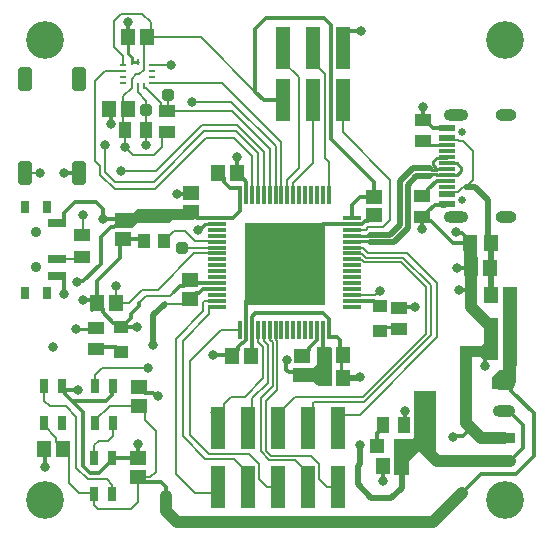
<source format=gbr>
%TF.GenerationSoftware,Altium Limited,Altium Designer,24.6.1 (21)*%
G04 Layer_Physical_Order=1*
G04 Layer_Color=255*
%FSLAX45Y45*%
%MOMM*%
%TF.SameCoordinates,6A5B3439-CA9B-47F1-B443-B48DB32901A5*%
%TF.FilePolarity,Positive*%
%TF.FileFunction,Copper,L1,Top,Signal*%
%TF.Part,Single*%
G01*
G75*
%TA.AperFunction,SMDPad,CuDef*%
%ADD10R,1.27000X3.68000*%
%TA.AperFunction,ConnectorPad*%
G04:AMPARAMS|DCode=11|XSize=2mm|YSize=1.25mm|CornerRadius=0.3125mm|HoleSize=0mm|Usage=FLASHONLY|Rotation=90.000|XOffset=0mm|YOffset=0mm|HoleType=Round|Shape=RoundedRectangle|*
%AMROUNDEDRECTD11*
21,1,2.00000,0.62500,0,0,90.0*
21,1,1.37500,1.25000,0,0,90.0*
1,1,0.62500,0.31250,0.68750*
1,1,0.62500,0.31250,-0.68750*
1,1,0.62500,-0.31250,-0.68750*
1,1,0.62500,-0.31250,0.68750*
%
%ADD11ROUNDEDRECTD11*%
%TA.AperFunction,SMDPad,CuDef*%
%ADD12R,0.30000X1.50000*%
%ADD13R,1.50000X0.30000*%
%ADD14R,1.45000X1.30000*%
%ADD15R,1.35000X1.00000*%
%ADD16R,1.30000X1.45000*%
%ADD17R,1.00000X1.35000*%
%TA.AperFunction,ConnectorPad*%
%ADD18R,1.50000X0.70000*%
%ADD19R,0.80000X1.00000*%
%TA.AperFunction,SMDPad,CuDef*%
%ADD20R,0.80000X1.20000*%
%ADD21R,1.30000X1.10000*%
%ADD22R,0.60000X0.25000*%
%ADD23R,0.25000X0.60000*%
%ADD24R,1.20000X1.20000*%
%ADD25R,1.10000X1.30000*%
%TA.AperFunction,TestPad*%
G04:AMPARAMS|DCode=26|XSize=1mm|YSize=1mm|CornerRadius=0.25mm|HoleSize=0mm|Usage=FLASHONLY|Rotation=90.000|XOffset=0mm|YOffset=0mm|HoleType=Round|Shape=RoundedRectangle|*
%AMROUNDEDRECTD26*
21,1,1.00000,0.50000,0,0,90.0*
21,1,0.50000,1.00000,0,0,90.0*
1,1,0.50000,0.25000,0.25000*
1,1,0.50000,0.25000,-0.25000*
1,1,0.50000,-0.25000,-0.25000*
1,1,0.50000,-0.25000,0.25000*
%
%ADD26ROUNDEDRECTD26*%
G04:AMPARAMS|DCode=27|XSize=1mm|YSize=1mm|CornerRadius=0.25mm|HoleSize=0mm|Usage=FLASHONLY|Rotation=0.000|XOffset=0mm|YOffset=0mm|HoleType=Round|Shape=RoundedRectangle|*
%AMROUNDEDRECTD27*
21,1,1.00000,0.50000,0,0,0.0*
21,1,0.50000,1.00000,0,0,0.0*
1,1,0.50000,0.25000,-0.25000*
1,1,0.50000,-0.25000,-0.25000*
1,1,0.50000,-0.25000,0.25000*
1,1,0.50000,0.25000,0.25000*
%
%ADD27ROUNDEDRECTD27*%
%TA.AperFunction,SMDPad,CuDef*%
%ADD28R,1.90500X0.95213*%
G04:AMPARAMS|DCode=29|XSize=1.905mm|YSize=0.95213mm|CornerRadius=0.47606mm|HoleSize=0mm|Usage=FLASHONLY|Rotation=180.000|XOffset=0mm|YOffset=0mm|HoleType=Round|Shape=RoundedRectangle|*
%AMROUNDEDRECTD29*
21,1,1.90500,0.00000,0,0,180.0*
21,1,0.95287,0.95213,0,0,180.0*
1,1,0.95213,-0.47644,0.00000*
1,1,0.95213,0.47644,0.00000*
1,1,0.95213,0.47644,0.00000*
1,1,0.95213,-0.47644,0.00000*
%
%ADD29ROUNDEDRECTD29*%
G04:AMPARAMS|DCode=30|XSize=1.60429mm|YSize=3.26213mm|CornerRadius=0.47327mm|HoleSize=0mm|Usage=FLASHONLY|Rotation=180.000|XOffset=0mm|YOffset=0mm|HoleType=Round|Shape=RoundedRectangle|*
%AMROUNDEDRECTD30*
21,1,1.60429,2.31560,0,0,180.0*
21,1,0.65776,3.26213,0,0,180.0*
1,1,0.94654,-0.32888,1.15780*
1,1,0.94654,0.32888,1.15780*
1,1,0.94654,0.32888,-1.15780*
1,1,0.94654,-0.32888,-1.15780*
%
%ADD30ROUNDEDRECTD30*%
%ADD31R,1.25490X1.45620*%
%ADD32R,1.15000X1.45000*%
%ADD33R,1.40000X0.60000*%
%ADD34R,1.40000X0.30000*%
%TA.AperFunction,Conductor*%
%ADD35C,0.30000*%
%ADD36C,0.20000*%
%ADD37C,0.25000*%
%ADD38C,0.50000*%
%ADD39C,0.49000*%
%ADD40C,1.00000*%
%TA.AperFunction,ComponentPad*%
%ADD41C,0.90000*%
%TA.AperFunction,ViaPad*%
%ADD42C,3.20000*%
%TA.AperFunction,ComponentPad*%
%ADD43O,1.80000X1.00000*%
%ADD44O,2.10000X1.00000*%
%ADD45C,0.65000*%
%TA.AperFunction,ViaPad*%
%ADD46C,0.80000*%
%ADD47C,2.00000*%
G36*
X1565000Y2675000D02*
X1380000D01*
X1355000Y2650000D01*
X1085000D01*
X1045000Y2610000D01*
X895000D01*
Y2730000D01*
X1045000D01*
X1084999Y2770000D01*
X1565000D01*
Y2675000D01*
D02*
G37*
G36*
X2730000Y1272500D02*
X2610000D01*
X2580000Y1302500D01*
X2400000D01*
Y1422500D01*
X2580000D01*
X2610000Y1452500D01*
Y1592500D01*
X2730000D01*
Y1272500D01*
D02*
G37*
G36*
X2675000Y1950000D02*
X2000000D01*
Y2650000D01*
X2675000D01*
Y1950000D01*
D02*
G37*
G36*
X3960000Y2370000D02*
X3970000Y2360000D01*
Y2200000D01*
X3850000D01*
Y2550000D01*
X3960000D01*
Y2370000D01*
D02*
G37*
G36*
X4140000Y1840000D02*
X4142500Y1838964D01*
Y1490000D01*
X4020000D01*
X4017500Y1487500D01*
X3990000Y1515000D01*
X3819182D01*
Y1610000D01*
X3992500D01*
X4017500Y1635000D01*
Y1840000D01*
X4140000D01*
D02*
G37*
G36*
X4300000Y1450000D02*
X4290000Y1440000D01*
Y1296212D01*
X4289161Y1295541D01*
X4270000Y1288964D01*
X4244730Y1314234D01*
X4233153Y1321969D01*
X4219497Y1324686D01*
X4189500D01*
X4175844Y1321969D01*
X4164266Y1314234D01*
X4156531Y1302656D01*
X4153814Y1289000D01*
X4156531Y1275344D01*
X4164266Y1263766D01*
X4169903Y1260000D01*
X4163836Y1240000D01*
X4090000D01*
Y1340000D01*
X4150000Y1400000D01*
X4180000D01*
Y2110000D01*
X4300000D01*
Y1450000D01*
D02*
G37*
G36*
X3612500Y710000D02*
X3458631D01*
X3383713Y635082D01*
Y517582D01*
X3260000D01*
Y822582D01*
X3395794D01*
X3415355Y820938D01*
X3415365Y820929D01*
D01*
X3416213Y820081D01*
X3430001Y833868D01*
X3430000Y834578D01*
Y1225000D01*
X3612500D01*
Y710000D01*
D02*
G37*
D10*
X2826500Y4132750D02*
D03*
X2572500D02*
D03*
X2318500D02*
D03*
X2826500Y3688750D02*
D03*
X2572500D02*
D03*
X2318500D02*
D03*
X2780500Y910000D02*
D03*
Y415000D02*
D03*
X2526500Y910000D02*
D03*
Y415000D02*
D03*
X2272500Y910000D02*
D03*
Y415000D02*
D03*
X2018500Y910000D02*
D03*
Y415000D02*
D03*
X1764500Y910000D02*
D03*
Y415000D02*
D03*
D11*
X137700Y3067500D02*
D03*
X587700D02*
D03*
X137700Y3867500D02*
D03*
X587700D02*
D03*
D12*
X1955000Y2885000D02*
D03*
X2005000D02*
D03*
X2055000D02*
D03*
X2105000D02*
D03*
X2155000D02*
D03*
X2205000D02*
D03*
X2255000D02*
D03*
X2305000D02*
D03*
X2355000D02*
D03*
X2405000D02*
D03*
X2455000D02*
D03*
X2505000D02*
D03*
X2555000D02*
D03*
X2605000D02*
D03*
X2655000D02*
D03*
X2705000D02*
D03*
Y1745000D02*
D03*
X2655000D02*
D03*
X2605000D02*
D03*
X2555000D02*
D03*
X2505000D02*
D03*
X2455000D02*
D03*
X2405000D02*
D03*
X2355000D02*
D03*
X2305000D02*
D03*
X2255000D02*
D03*
X2205000D02*
D03*
X2155000D02*
D03*
X2105000D02*
D03*
X2055000D02*
D03*
X2005000D02*
D03*
X1955000D02*
D03*
D13*
X2900000Y2690000D02*
D03*
Y2640000D02*
D03*
Y2590000D02*
D03*
Y2540000D02*
D03*
Y2490000D02*
D03*
Y2440000D02*
D03*
Y2390000D02*
D03*
Y2340000D02*
D03*
Y2290000D02*
D03*
Y2240000D02*
D03*
Y2190000D02*
D03*
Y2140000D02*
D03*
Y2090000D02*
D03*
Y2040000D02*
D03*
Y1990000D02*
D03*
Y1940000D02*
D03*
X1760000D02*
D03*
Y1990000D02*
D03*
Y2040000D02*
D03*
Y2090000D02*
D03*
Y2140000D02*
D03*
Y2190000D02*
D03*
Y2240000D02*
D03*
Y2290000D02*
D03*
Y2340000D02*
D03*
Y2390000D02*
D03*
Y2440000D02*
D03*
Y2490000D02*
D03*
Y2540000D02*
D03*
Y2590000D02*
D03*
Y2640000D02*
D03*
Y2690000D02*
D03*
D14*
X1537500Y2900000D02*
D03*
Y2740000D02*
D03*
X2482500Y1362500D02*
D03*
Y1522500D02*
D03*
X965000Y2670000D02*
D03*
Y2510000D02*
D03*
X1100000Y1102500D02*
D03*
Y1262500D02*
D03*
X1090000Y497500D02*
D03*
Y657500D02*
D03*
X1532500Y2005000D02*
D03*
Y2165000D02*
D03*
X3085000Y2872500D02*
D03*
Y2712500D02*
D03*
D15*
X1332500Y3595000D02*
D03*
Y3415000D02*
D03*
X737500Y1762500D02*
D03*
Y1582500D02*
D03*
X3495000Y2877500D02*
D03*
Y2697500D02*
D03*
X3500000Y3340000D02*
D03*
Y3520000D02*
D03*
X3302500Y1930000D02*
D03*
Y1750000D02*
D03*
X617500Y2362500D02*
D03*
Y2542500D02*
D03*
D16*
X3162500Y592500D02*
D03*
X3322500D02*
D03*
X2045000Y1522500D02*
D03*
X1885000D02*
D03*
X907500Y1967500D02*
D03*
X747500D02*
D03*
X4240000Y1770000D02*
D03*
X4080000D02*
D03*
X4240000Y1560000D02*
D03*
X4080000D02*
D03*
X4069999Y2270000D02*
D03*
X3910000D02*
D03*
X1007500Y3612500D02*
D03*
X847500D02*
D03*
X1167500Y4220000D02*
D03*
X1007500D02*
D03*
X452500Y735000D02*
D03*
X292500D02*
D03*
X2827500Y1530000D02*
D03*
X2667500D02*
D03*
X2830000Y1337500D02*
D03*
X2670000D02*
D03*
X1767500Y3075000D02*
D03*
X1927500D02*
D03*
D17*
X3343787Y933787D02*
D03*
X3163787D02*
D03*
X977500Y3432500D02*
D03*
X1157500D02*
D03*
D18*
X401500Y2347500D02*
D03*
Y2197500D02*
D03*
Y2647500D02*
D03*
D19*
X323000Y2787500D02*
D03*
Y2057500D02*
D03*
X130000Y2787500D02*
D03*
Y2057500D02*
D03*
D20*
X295300Y1264100D02*
D03*
Y954100D02*
D03*
X445300D02*
D03*
Y1264100D02*
D03*
X875300Y1266100D02*
D03*
Y956100D02*
D03*
X725300D02*
D03*
Y1266100D02*
D03*
X870300Y662600D02*
D03*
Y352600D02*
D03*
X720300D02*
D03*
Y662600D02*
D03*
D21*
X3142500Y1737500D02*
D03*
Y1947500D02*
D03*
X947500Y1765000D02*
D03*
Y1555000D02*
D03*
D22*
X962500Y3835000D02*
D03*
Y3885000D02*
D03*
Y3935000D02*
D03*
Y3985000D02*
D03*
X1212500Y3835000D02*
D03*
Y3885000D02*
D03*
Y3935000D02*
D03*
Y3985000D02*
D03*
D23*
X1137500Y4010000D02*
D03*
X1087500D02*
D03*
X1037500D02*
D03*
Y3810000D02*
D03*
X1087500D02*
D03*
X1137500D02*
D03*
D24*
X3117500Y760000D02*
D03*
X3327500D02*
D03*
D25*
X1307500Y2705000D02*
D03*
Y2495000D02*
D03*
X1142500D02*
D03*
Y2705000D02*
D03*
D26*
X1160000Y3602500D02*
D03*
X1345000Y3732500D02*
D03*
D27*
X1465000Y2440000D02*
D03*
D28*
X4189500Y831000D02*
D03*
D29*
Y1060000D02*
D03*
Y1289000D02*
D03*
D30*
X3510500Y1060000D02*
D03*
D31*
X4242565Y2040000D02*
D03*
X4077435D02*
D03*
D32*
X4077500Y2480000D02*
D03*
X3902500D02*
D03*
D33*
X3704100Y3370000D02*
D03*
Y2810000D02*
D03*
Y2890000D02*
D03*
Y3450000D02*
D03*
D34*
Y2955000D02*
D03*
Y3005000D02*
D03*
Y3055000D02*
D03*
Y3305000D02*
D03*
Y3155000D02*
D03*
Y3205000D02*
D03*
Y3255000D02*
D03*
Y3105000D02*
D03*
D35*
X2826500Y4132750D02*
Y4222250D01*
X2875000Y4270750D01*
X2154500Y3688750D02*
X2318500D01*
X2082500Y3760750D02*
X2154500Y3688750D01*
X2875000Y4270750D02*
X2982500D01*
X2722500Y3360750D02*
Y4320750D01*
X2662500Y4380750D02*
X2722500Y4320750D01*
Y3360750D02*
X3085000Y2998250D01*
X775000Y2526997D02*
X863002Y2615000D01*
X775000Y2305000D02*
Y2526997D01*
X628854Y2158854D02*
X775000Y2305000D01*
X586354Y2158854D02*
X628854D01*
X577500Y2150000D02*
X586354Y2158854D01*
X1877500Y1530000D02*
X1885000Y1522500D01*
X1725000Y1530000D02*
X1877500D01*
X401500Y2197500D02*
X441500D01*
X461500Y2177500D01*
Y2048500D02*
Y2177500D01*
Y2048500D02*
X465000Y2045000D01*
X460000Y2040000D02*
X465000Y2045000D01*
X792500Y2685000D02*
Y2767500D01*
X555000Y2827500D02*
X732500D01*
X792500Y2767500D01*
X401500Y2647500D02*
X441500D01*
X461500Y2667500D01*
Y2734000D01*
X555000Y2827500D01*
X464800Y3067500D02*
X585000D01*
X847500Y3612500D02*
X862500Y3597500D01*
Y3482500D02*
Y3597500D01*
X2085000Y1885000D02*
X2654497D01*
X2705000Y1745000D02*
Y1834497D01*
X2654497Y1885000D02*
X2705000Y1834497D01*
X2055000Y1745000D02*
Y1855000D01*
X2085000Y1885000D01*
X960000Y1767500D02*
X1080000D01*
X957500Y1765000D02*
X960000Y1767500D01*
X907500Y1805000D02*
X947500Y1765000D01*
X957500D01*
X2005000Y1655503D02*
Y1990000D01*
X1885000Y1522500D02*
X1935000Y1572500D01*
Y1599497D01*
X1968002Y1632500D01*
X1981997D01*
X2005000Y1655503D01*
X2045000Y1522500D02*
X2055000Y1532500D01*
Y1745000D01*
X2347426Y1402574D02*
X2365000Y1385000D01*
X2347426Y1402574D02*
Y1487427D01*
X2350000Y1490000D01*
X2460000Y1385000D02*
X2482500Y1362500D01*
X2365000Y1385000D02*
X2460000D01*
X3343787Y933787D02*
X3347500Y937500D01*
Y1060000D01*
X3162500Y592500D02*
X3165000Y590000D01*
Y467500D02*
Y590000D01*
X3163787Y916287D02*
Y933787D01*
X3117500Y870000D02*
X3163787Y916287D01*
X3117500Y760000D02*
Y870000D01*
X3090000Y1990000D02*
X3132500Y1947500D01*
X3142500D01*
X2900000Y1990000D02*
X3090000D01*
X3310000Y1937500D02*
X3435000D01*
X3302500Y1930000D02*
X3310000Y1937500D01*
X2540000Y1572500D02*
Y1590503D01*
X2605000Y1655503D01*
X2490000Y1522500D02*
X2540000Y1572500D01*
X2482500Y1522500D02*
X2490000D01*
X2605000Y1655503D02*
Y1745000D01*
X2802500Y1555000D02*
X2827500Y1530000D01*
X2802500Y1555000D02*
Y1655000D01*
X2705000Y1685000D02*
Y1745000D01*
Y1685000D02*
X2772500D01*
X2802500Y1655000D01*
X2655000Y1542500D02*
Y1745000D01*
Y1542500D02*
X2667500Y1530000D01*
X3698868Y2804769D02*
X3735000D01*
X3526934Y2683066D02*
Y2708066D01*
X2900000Y2640000D02*
X2989497D01*
X2831213D02*
X2900000D01*
X1100000Y1262500D02*
X1150000Y1212500D01*
X1083901Y1278600D02*
X1100000Y1262500D01*
X1084900Y662600D02*
X1090000Y667700D01*
X2530000Y2515000D02*
X2655000Y2640000D01*
X2005000Y1990000D02*
X2130000Y2115000D01*
X1532500Y2165000D02*
X1557500Y2140000D01*
X1760000D01*
X1582500Y2055000D02*
X1609498D01*
X1532500Y2005000D02*
X1582500Y2055000D01*
X1644497Y2090000D02*
X1760000D01*
X1609498Y2055000D02*
X1644497Y2090000D01*
X1532500Y2895000D02*
X1537500Y2900000D01*
X1420000Y2895000D02*
X1532500D01*
X1587500Y2690000D02*
X1895000D01*
X1537500Y2740000D02*
X1587500Y2690000D01*
X1955000Y2750000D02*
Y2885000D01*
X1895000Y2690000D02*
X1955000Y2750000D01*
X1870503Y2945000D02*
X1955000D01*
X1767500Y3075000D02*
X1817500Y3025000D01*
Y2998002D02*
Y3025000D01*
Y2998002D02*
X1870503Y2945000D01*
X1955000Y2885000D02*
Y2945000D01*
X1927500Y3067500D02*
X1977500Y3017500D01*
X1985000D01*
X2005000Y2997500D01*
X1927500Y3067500D02*
Y3075000D01*
X2005000Y2885000D02*
Y2997500D01*
X1927500Y3075000D02*
X1930000Y3077500D01*
Y3207500D01*
X531250Y1141250D02*
X821250D01*
X3085000Y2872500D02*
Y2998250D01*
X2900000Y2800000D02*
X2972500Y2872500D01*
X3085000D01*
X2900000Y2690000D02*
Y2800000D01*
X3011997Y2662500D02*
X3035000D01*
X2989497Y2640000D02*
X3011997Y2662500D01*
X3035000D02*
X3085000Y2712500D01*
X2655000Y2640000D02*
X2831213D01*
X2831213Y2640000D01*
X870000Y1190000D02*
Y1260800D01*
X821250Y1141250D02*
X870000Y1190000D01*
X471840Y1237560D02*
X582528D01*
X1246470Y1180000D02*
X1260000D01*
X1213970Y1212500D02*
X1246470Y1180000D01*
X1150000Y1212500D02*
X1213970D01*
X445300Y1264100D02*
X470301Y1239100D01*
X3492500Y2597500D02*
Y2695000D01*
X3495000Y2697500D01*
X3496875D02*
X3507441Y2708066D01*
X3526934Y2708066D02*
Y2711934D01*
X3507441Y2708066D02*
X3526934D01*
Y2711934D02*
X3547500Y2732500D01*
X3604144Y2804769D02*
X3698868D01*
X3704100Y2810000D01*
X3689100Y2795000D02*
X3698868Y2804769D01*
X3547500Y2662500D02*
X3572500D01*
X3526934Y2683066D02*
X3547500Y2662500D01*
X3572500D02*
X3755000Y2480000D01*
X3547500Y2748125D02*
X3604144Y2804769D01*
X3547500Y2732500D02*
Y2748125D01*
X3664100Y2810000D02*
X3704100D01*
X3664100Y2795000D02*
X3689100D01*
X3495000Y2877500D02*
X3512500D01*
X3547500Y2912500D01*
Y2932898D01*
X3619602Y3005000D01*
X3704100D01*
X1395503Y2060000D02*
X1450503Y2115000D01*
X1482500D01*
X1532500Y2165000D01*
X940000Y2652500D02*
Y2670000D01*
X950000Y2685000D02*
X965000Y2670000D01*
X792500Y2685000D02*
X950000D01*
X890000Y2615000D02*
X895000Y2620000D01*
X907500D01*
X940000Y2652500D01*
X863002Y2615000D02*
X890000D01*
X940000Y2352500D02*
Y2485000D01*
X965000Y2510000D01*
X747500Y2160000D02*
X940000Y2352500D01*
X747500Y1967500D02*
Y2160000D01*
X3790000Y2270000D02*
X3909999D01*
X3810000Y2080000D02*
X3910000D01*
X3909999Y2270000D02*
X3910000Y2270000D01*
X2172500Y4380750D02*
X2662500D01*
X2082500Y4290750D02*
X2172500Y4380750D01*
X2082500Y3760750D02*
Y4290750D01*
X3780000Y2570000D02*
X3789567Y2560433D01*
X470301Y1202200D02*
X531250Y1141250D01*
X470301Y1202200D02*
Y1239100D01*
X4249621Y1228879D02*
X4440000Y1038500D01*
X4287500Y520000D02*
X4440000Y672500D01*
Y1038500D01*
X4240000Y630000D02*
X4352500Y742500D01*
Y939856D01*
X3997500Y520000D02*
X4287500D01*
X3837500Y360000D02*
X3997500Y520000D01*
X292500Y735000D02*
X300000Y727500D01*
Y580000D02*
Y727500D01*
X627500Y1992500D02*
X722500D01*
X747500Y1967500D01*
X1090000Y667700D02*
Y780000D01*
X957500Y1765000D02*
X1035001Y1842501D01*
Y1880001D01*
X1007500Y4220000D02*
Y4350000D01*
X3500000Y3520000D02*
X3500000Y3520000D01*
Y3630000D01*
X3837067Y2560433D02*
X3902500Y2495000D01*
X3789567Y2560433D02*
X3837067D01*
X3902500Y2480000D02*
Y2495000D01*
X4030000Y1440000D02*
Y1510001D01*
X4080000Y1560000D01*
X3845000Y845000D02*
X3911250Y911250D01*
X3760000Y840000D02*
X3765000Y845000D01*
X3845000D01*
X747500Y1960000D02*
Y1967500D01*
X697500Y1910000D02*
X747500Y1960000D01*
X965000Y2510000D02*
X1127500D01*
X883003Y1805000D02*
X907500D01*
X747500Y1967500D02*
X797500Y1917500D01*
Y1890502D02*
Y1917500D01*
Y1890502D02*
X883003Y1805000D01*
X531250Y1141250D02*
X627500Y1045000D01*
X3755000Y2480000D02*
X3902500D01*
X3704099Y3450000D02*
X3704100Y3450000D01*
X3500000Y3520000D02*
X3517500D01*
X3587500Y3450000D01*
X3704099D01*
X1090000Y497500D02*
X1132500Y455000D01*
X1285000D01*
X1325000Y335000D02*
Y415000D01*
X1285000Y455000D02*
X1325000Y415000D01*
X4219497Y1289000D02*
X4249621Y1258875D01*
Y1228879D02*
Y1258875D01*
X4189500Y1289000D02*
X4219497D01*
X4232356Y1060000D02*
X4352500Y939856D01*
X737500Y1582500D02*
X750000Y1595000D01*
X907500D01*
X947500Y1555000D01*
X1035001Y1880001D02*
X1102500Y1947500D01*
Y1972500D01*
X627500Y587500D02*
Y1045000D01*
X870300Y642600D02*
Y662600D01*
X757700Y530000D02*
X870300Y642600D01*
X685000Y530000D02*
X757700D01*
X627500Y587500D02*
X685000Y530000D01*
X870300Y662600D02*
X1084900D01*
D36*
X2572500Y3155000D02*
Y3688750D01*
X2826500Y3416000D02*
Y3688750D01*
X2318500Y4012250D02*
Y4132750D01*
X2572500Y4012250D02*
Y4132750D01*
Y4012250D02*
X2672500Y3912250D01*
Y3195000D02*
Y3912250D01*
Y3195000D02*
X2705000Y3162500D01*
Y2885000D02*
Y3162500D01*
X2318500Y4012250D02*
X2450000Y3880750D01*
Y3110000D02*
Y3880750D01*
X2355000Y3015000D02*
X2450000Y3110000D01*
X2355000Y2885000D02*
Y3015000D01*
X2826500Y3416000D02*
X3227500Y3015000D01*
Y2675074D02*
Y3015000D01*
X3164926Y2612500D02*
X3227500Y2675074D01*
X3040000Y2612500D02*
X3164926D01*
X3017500Y2590000D02*
X3040000Y2612500D01*
X2900000Y2590000D02*
X3017500D01*
X2405000Y2987500D02*
X2572500Y3155000D01*
X2405000Y2885000D02*
Y2987500D01*
X401500Y2347500D02*
X602500D01*
X617500Y2362500D01*
X627500Y2552500D02*
Y2712500D01*
X617500Y2542500D02*
X627500Y2552500D01*
X144600Y3067500D02*
X260000D01*
X139800Y3062700D02*
X144600Y3067500D01*
X725000Y3175000D02*
X772500Y3127500D01*
X725000Y3175000D02*
Y3850000D01*
X812500Y3312500D02*
X815000Y3310000D01*
Y3080000D02*
Y3310000D01*
Y3080000D02*
X900000Y2995000D01*
X725000Y3850000D02*
X810000Y3935000D01*
X967500Y3572500D02*
X1007500Y3612500D01*
X967500Y3442500D02*
Y3572500D01*
Y3442500D02*
X977500Y3432500D01*
X967500Y3652500D02*
Y3722500D01*
Y3652500D02*
X1007500Y3612500D01*
X1037500Y3792500D02*
Y3810000D01*
X967500Y3722500D02*
X1037500Y3792500D01*
X772500Y3055000D02*
Y3127500D01*
X810000Y3935000D02*
X962500D01*
X772500Y3055000D02*
X895000Y2932500D01*
X1232500D01*
X900000Y2995000D02*
X1222500D01*
X1660000Y652500D02*
X1901500D01*
X2018500Y535500D01*
X1467500Y845000D02*
X1660000Y652500D01*
X1467500Y845000D02*
Y1650000D01*
X1695000Y1877500D01*
X1409800Y1669800D02*
X1643284Y1903284D01*
X1409800Y525200D02*
Y1669800D01*
X1792500Y1745000D02*
X1955000D01*
X1527300Y1479800D02*
X1792500Y1745000D01*
X1527300Y857274D02*
Y1479800D01*
X1317500Y1965000D02*
X1492500D01*
X1532500Y2005000D01*
X1818000Y963500D02*
Y1113000D01*
X1764500Y910000D02*
X1818000Y963500D01*
Y1113000D02*
X1880000Y1175000D01*
X1992500D01*
X2152500Y1335000D01*
Y1594926D01*
X2060000Y1162500D02*
X2192500Y1295000D01*
X2060000Y951500D02*
Y1162500D01*
X2120000Y1625000D02*
X2122426D01*
X2152500Y1594926D01*
X2105000Y1640000D02*
Y1745000D01*
Y1640000D02*
X2120000Y1625000D01*
X2155000Y1652500D02*
Y1745000D01*
Y1652500D02*
X2192500Y1615000D01*
Y1295000D02*
Y1615000D01*
X2205000Y1745000D02*
X2210000Y1740000D01*
X2132500Y1170000D02*
X2230000Y1267500D01*
X2210000Y1657574D02*
Y1740000D01*
Y1657574D02*
X2230000Y1637574D01*
Y1267500D02*
Y1637574D01*
X2270000Y1237500D02*
Y1647574D01*
X2260000Y1668284D02*
Y1740000D01*
X2260000Y1657574D02*
Y1668284D01*
X2176159Y1143659D02*
X2270000Y1237500D01*
X2260000Y1657574D02*
X2270000Y1647574D01*
X2255000Y1745000D02*
X2260000Y1740000D01*
Y1668284D02*
X2260000Y1668284D01*
X2018500Y910000D02*
X2060000Y951500D01*
X2132500Y713829D02*
Y1170000D01*
X2900000Y2440000D02*
X2995000D01*
X3040000Y2395000D01*
X3365000D01*
X3622500Y1680000D02*
Y2137500D01*
X3365000Y2395000D02*
X3622500Y2137500D01*
X3017426Y2355000D02*
X3337500D01*
X2987426Y2385000D02*
X3017426Y2355000D01*
X2976716Y2385000D02*
X2987426D01*
X2976715Y2385000D02*
X2976716Y2385000D01*
X2905000Y2385000D02*
X2976715D01*
X3337500Y2355000D02*
X3572500Y2120000D01*
X2900000Y2390000D02*
X2905000Y2385000D01*
X2900000Y2340000D02*
X2905000Y2335000D01*
X3007426Y2315000D02*
X3315000D01*
X3527500Y2102500D01*
X2905000Y2335000D02*
X2987426D01*
X3007426Y2315000D01*
X2967284Y1024784D02*
X3622500Y1680000D01*
X3572500Y1697500D02*
Y2120000D01*
X3007500Y1132500D02*
X3572500Y1697500D01*
X3527500Y1705000D02*
Y2102500D01*
X2997500Y1175000D02*
X3527500Y1705000D01*
X3093764Y2040000D02*
X3126264Y2072500D01*
X3142500D01*
X2900000Y2040000D02*
X3093764D01*
X1695000Y1935000D02*
X1700000Y1940000D01*
X1695000Y1877500D02*
Y1935000D01*
X1700000Y1940000D02*
X1760000D01*
X1655000Y1990000D02*
X1760000D01*
X1643284Y1978284D02*
X1655000Y1990000D01*
X1643284Y1903284D02*
Y1978284D01*
X2055000Y2885000D02*
Y3215000D01*
X1667500Y3367500D02*
X1902500D01*
X2055000Y3215000D01*
X2105000Y2885000D02*
Y3237500D01*
X1630000Y3475000D02*
X1932500D01*
X947500Y3090000D02*
X1245000D01*
X1882501Y3595000D02*
X2205000Y3272500D01*
X2155000Y2885000D02*
Y3252500D01*
X1245000Y3090000D02*
X1630000Y3475000D01*
X1932500D02*
X2155000Y3252500D01*
X1232500Y2932500D02*
X1667500Y3367500D01*
X1652500Y3425000D02*
X1917500D01*
X2105000Y3237500D01*
X1222500Y2995000D02*
X1652500Y3425000D01*
X1332500Y3595000D02*
X1882501D01*
X2205000Y2885000D02*
Y3272500D01*
X2255000Y2885000D02*
Y3300000D01*
X1550000Y3675000D02*
X1880000D01*
X2255000Y3300000D01*
X1805000Y3835000D02*
X2305000Y3335000D01*
X1212500Y3835000D02*
X1805000D01*
X1623250Y4220000D02*
X2082500Y3760750D01*
X1167500Y4220000D02*
X1623250D01*
X2305000Y2885000D02*
Y3335000D01*
X1345000Y3607500D02*
Y3722500D01*
X1332500Y3595000D02*
X1345000Y3607500D01*
X1324216Y3595000D02*
X1332500D01*
X1284216Y3635000D02*
Y3663284D01*
X1137500Y3792500D02*
X1140000Y3790000D01*
X1137500Y3792500D02*
Y3810000D01*
X1140000Y3790000D02*
X1157500D01*
X1284216Y3635000D02*
X1324216Y3595000D01*
X1157500Y3790000D02*
X1284216Y3663284D01*
X725300Y1362800D02*
X782500Y1420000D01*
X1175000D01*
X725300Y1266100D02*
Y1362800D01*
X1409800Y525200D02*
X1575000Y360000D01*
X1465000Y2440000D02*
X1760000D01*
X1567500Y2390000D02*
X1815133D01*
X1260000Y2082500D02*
X1567500Y2390000D01*
X1572500Y2492500D02*
X1760000D01*
X1485000Y2580000D02*
X1572500Y2492500D01*
X1392500Y2580000D02*
X1485000D01*
X1307500Y2495000D02*
X1392500Y2580000D01*
X1128750Y2082500D02*
X1260000D01*
X1013751Y1967500D02*
X1128750Y2082500D01*
X907500Y1967500D02*
X1013751D01*
X1155503Y2027500D02*
X1363003D01*
X1395503Y2060000D01*
X1102500Y1974497D02*
X1155503Y2027500D01*
X1102500Y1972500D02*
Y1974497D01*
X2417000Y1175000D02*
X2997500D01*
X2582500Y1132500D02*
X3007500D01*
X2272500Y1030500D02*
X2417000Y1175000D01*
X2570784Y954284D02*
Y1120784D01*
X2582500Y1132500D01*
X2780500Y910000D02*
Y971284D01*
X2834000Y1024784D01*
X2967284D01*
X2176159Y716414D02*
Y1143659D01*
Y716414D02*
X2215359Y677215D01*
X2554212D01*
X2620000Y611427D01*
X2132500Y713829D02*
X2201814Y644515D01*
X2417485D01*
X2526500Y535500D01*
Y415000D02*
Y535500D01*
X2620000Y482000D02*
Y611427D01*
Y482000D02*
X2687000Y415000D01*
X2272500Y910000D02*
Y1030500D01*
X2687000Y415000D02*
X2780500D01*
X2027426Y696000D02*
X2112000Y611427D01*
Y482000D02*
Y611427D01*
Y482000D02*
X2179000Y415000D01*
X2018500D02*
Y535500D01*
X1527300Y857274D02*
X1688574Y696000D01*
X2027426D01*
X2179000Y415000D02*
X2272500D01*
X1575000Y360000D02*
X1711000D01*
X1764500Y413500D01*
Y415000D01*
X2526500Y910000D02*
X2570784Y954284D01*
X1711000Y1047000D02*
X1764500Y993500D01*
Y910000D02*
Y993500D01*
X1290000Y3290000D02*
Y3375000D01*
X1330000Y3415000D01*
X1332500D01*
X1223520Y3223520D02*
X1290000Y3290000D01*
X1046480Y3223520D02*
X1223520D01*
X977500Y3292500D02*
X1046480Y3223520D01*
X1157500Y3312500D02*
Y3432500D01*
X1160000Y3435000D02*
Y3602500D01*
X977500Y3292500D02*
Y3432500D01*
X1160000Y3602500D02*
Y3682500D01*
X1157500Y3432500D02*
X1160000Y3435000D01*
X3930000Y3012500D02*
Y3260000D01*
X3870000Y2952500D02*
X3930000Y3012500D01*
X295000Y1142500D02*
Y1263799D01*
X295300Y1264100D01*
Y934100D02*
Y954100D01*
Y934100D02*
X397500Y831901D01*
Y790000D02*
Y831901D01*
Y790000D02*
X452500Y735000D01*
X295000Y1142500D02*
X342500Y1095000D01*
X480000D01*
X567500Y1007500D01*
Y575000D02*
Y1007500D01*
Y575000D02*
X665000Y477500D01*
X825000D01*
X870300Y432200D01*
Y352600D02*
Y432200D01*
X3846500Y3343500D02*
X3930000Y3260000D01*
X3805227Y3343500D02*
X3846500D01*
X3798727Y3350000D02*
X3805227Y3343500D01*
X3724100Y3350000D02*
X3798727D01*
X3838726Y2950000D02*
X3867500D01*
X3798727Y2910000D02*
X3838726Y2950000D01*
X4069999Y2270000D02*
X4077435Y2262565D01*
X4069999Y2270000D02*
X4077500Y2277500D01*
X875000Y845000D02*
Y955800D01*
X875300Y956100D01*
X725300Y976100D02*
X851700Y1102500D01*
X1100000D01*
X725300Y956100D02*
Y976100D01*
X835000Y805000D02*
X875000Y845000D01*
X760000Y805000D02*
X835000D01*
X720300Y765300D02*
X760000Y805000D01*
X720300Y662600D02*
Y765300D01*
X887500Y4140000D02*
Y4360000D01*
X947500Y4420000D02*
X1127500D01*
X887500Y4360000D02*
X947500Y4420000D01*
X1127500D02*
X1197500Y4350000D01*
X962500Y3985000D02*
Y4065000D01*
X887500Y4140000D02*
X962500Y4065000D01*
X1167500Y4220000D02*
X1197500Y4250000D01*
Y4350000D01*
X907500Y1967500D02*
Y2112500D01*
X1137500Y3945000D02*
Y4010000D01*
X1100000Y3907500D02*
X1137500Y3945000D01*
X1077500Y3907500D02*
X1100000D01*
X1037500Y3867500D02*
X1077500Y3907500D01*
X1037500Y3810000D02*
Y3867500D01*
X1137500Y4190000D02*
X1167500Y4220000D01*
X1137500Y4010000D02*
Y4190000D01*
X1087500Y3755000D02*
Y3810000D01*
X1212500Y3985000D02*
X1367500D01*
X1212500Y3985000D02*
X1212500Y3985000D01*
X1367500D02*
X1367500Y3985000D01*
X1087500Y3755000D02*
X1160000Y3682500D01*
X3704100Y2890000D02*
X3724100Y2910000D01*
X3798727D01*
X3704100Y3370000D02*
X3724100Y3350000D01*
X1152500Y977500D02*
Y1050000D01*
X1100000Y1102500D02*
X1152500Y1050000D01*
Y977500D02*
X1240000Y890000D01*
Y542500D02*
Y890000D01*
X1090000Y497500D02*
X1195000D01*
X1240000Y542500D01*
X1027500Y225000D02*
X1090000Y287500D01*
Y497500D01*
X752500Y225000D02*
X1027500D01*
X720300Y257200D02*
X752500Y225000D01*
X720300Y257200D02*
Y352600D01*
X592500Y362500D02*
X710400D01*
X720300Y352600D01*
X507500Y447500D02*
X592500Y362500D01*
X507500Y447500D02*
Y680000D01*
X452500Y735000D02*
X507500Y680000D01*
X1127500Y2510000D02*
X1142500Y2495000D01*
D37*
X3588174Y3139964D02*
X3617455Y3110683D01*
X3588174Y3170036D02*
X3620638Y3202501D01*
X3588174Y3139964D02*
Y3170036D01*
X3575000Y3099500D02*
X3617638D01*
X2900000Y2490000D02*
X2902500Y2487500D01*
X3142500Y1737500D02*
X3175000Y1770000D01*
X3282500D01*
X3302500Y1750000D01*
X2810200Y1512700D02*
X2827500Y1530000D01*
X2810200Y1357300D02*
Y1512700D01*
Y1357300D02*
X2830000Y1337500D01*
X3040048Y2497452D02*
X3052048Y2485452D01*
X2988462Y2492500D02*
X2993414Y2497452D01*
X3040048D01*
X2967500Y2492500D02*
X2988462D01*
X2967500Y2492500D02*
X2967500Y2492500D01*
X2988462Y2537500D02*
X2989509Y2536452D01*
X3040048D01*
X3052048Y2548452D01*
X2900000Y2490000D02*
X2902500Y2492500D01*
X2900000Y2540000D02*
X2902500Y2537500D01*
X2967500Y2537500D02*
X2988462D01*
X2902500Y2492500D02*
X2967500D01*
Y2537500D02*
X2967500Y2537500D01*
X2902500Y2537500D02*
X2967500D01*
X3563000Y3048500D02*
X3575000Y3060500D01*
X3617638D01*
X3563000Y3111500D02*
X3575000Y3099500D01*
X3617638D02*
X3620638Y3102501D01*
X3701600D01*
X3704100Y3105000D01*
X3617638Y3060500D02*
X3620638Y3057500D01*
X3701600D01*
X3704100Y3055000D01*
X3620638Y3202501D02*
X3701600D01*
X3704100Y3205000D01*
X1654601Y2640000D02*
X1760000D01*
X1595000Y2590000D02*
X1604601D01*
X1654601Y2640000D01*
X3787562Y3152500D02*
X3827500Y3112562D01*
Y3090000D02*
Y3112562D01*
X3795000Y3057500D02*
X3827500Y3090000D01*
X3706600Y3057500D02*
X3795000D01*
X567500Y1752500D02*
X727500D01*
X737500Y1762500D01*
X1037500Y4010000D02*
X1087500D01*
X1007500Y4080000D02*
X1037500Y4050000D01*
Y4010000D02*
Y4050000D01*
X1007500Y4080000D02*
Y4220000D01*
X3535000Y3305000D02*
X3704100D01*
X3500000Y3340000D02*
X3535000Y3305000D01*
X3706600Y3152500D02*
X3787562D01*
X3704100Y3155000D02*
X3706600Y3152500D01*
D38*
X1220000Y1617500D02*
Y1867500D01*
X1317500Y1965000D01*
X2972500Y607191D02*
Y767500D01*
X2952500Y435000D02*
Y587191D01*
X2972500Y607191D01*
X2967500Y1340000D02*
X2970000Y1342500D01*
X2832500Y1340000D02*
X2967500D01*
X2830000Y1337500D02*
X2832500Y1340000D01*
X2952500Y435000D02*
X3067500Y320000D01*
X3322500Y407500D02*
Y592500D01*
X3235000Y320000D02*
X3322500Y407500D01*
X3067500Y320000D02*
X3235000D01*
X3870000Y2952500D02*
X3940000D01*
X4050000Y2842500D01*
Y2507500D02*
Y2842500D01*
Y2507500D02*
X4077500Y2480000D01*
Y2277500D02*
Y2480000D01*
X4077435Y2040000D02*
Y2262565D01*
D39*
X3052048Y2485452D02*
X3254547D01*
X3372500Y2603406D01*
X3052048Y2548452D02*
X3228452D01*
X3309500Y2629501D01*
Y2999595D01*
X3372500Y2603406D02*
Y2973500D01*
X3309500Y2999595D02*
X3421405Y3111500D01*
X3372500Y2973500D02*
X3447500Y3048500D01*
X3421405Y3111500D02*
X3563000D01*
X3447500Y3048500D02*
X3563000D01*
D40*
X1422500Y115000D02*
X3592500D01*
X1325000Y212500D02*
X1422500Y115000D01*
X3592500D02*
X3837500Y360000D01*
X3870000Y952500D02*
Y1560000D01*
Y952500D02*
X3911250Y911250D01*
X3625000Y630000D02*
X4240000D01*
X3510500Y744500D02*
X3625000Y630000D01*
X3910000Y2080000D02*
Y2270000D01*
Y1940000D02*
Y2080000D01*
X3911250Y911250D02*
X3991500Y831000D01*
X4057500Y1792500D02*
X4065000D01*
X4080000Y1777500D01*
Y1770000D02*
Y1777500D01*
X3910000Y1940000D02*
X4057500Y1792500D01*
X1325000Y212500D02*
Y335000D01*
X3991500Y831000D02*
X4189500D01*
X3510500Y744500D02*
Y1060000D01*
X4189500D02*
X4232356D01*
D41*
X226500Y2572500D02*
D03*
Y2272500D02*
D03*
D42*
X4200000Y300000D02*
D03*
X300000D02*
D03*
X4200000Y4200000D02*
D03*
X300000D02*
D03*
D43*
X4204500Y3562000D02*
D03*
Y2698000D02*
D03*
D44*
X3786500Y3562000D02*
D03*
Y2698000D02*
D03*
D45*
X3836500Y2841000D02*
D03*
Y3419000D02*
D03*
D46*
X1725000Y1530000D02*
D03*
X465000Y2045000D02*
D03*
X577500Y2150000D02*
D03*
X627500Y2712500D02*
D03*
X260000Y3067500D02*
D03*
X467500D02*
D03*
X812500Y3312500D02*
D03*
X862500Y3482500D02*
D03*
X367500Y1595000D02*
D03*
X1220000Y1617500D02*
D03*
X1080000Y1767500D02*
D03*
X2350000Y1490000D02*
D03*
X2972500Y767500D02*
D03*
X3142500Y2072500D02*
D03*
X1420000Y2895000D02*
D03*
X1930000Y3207500D02*
D03*
X947500Y3090000D02*
D03*
X1550000Y3675000D02*
D03*
X1175000Y1420000D02*
D03*
X582528Y1237560D02*
D03*
X1260000Y1180000D02*
D03*
X3492500Y2597500D02*
D03*
X792500Y2685000D02*
D03*
X3790000Y2270000D02*
D03*
X3435000Y1937500D02*
D03*
X3810000Y2080000D02*
D03*
X2970000Y1342500D02*
D03*
X3165000Y467500D02*
D03*
X3347500Y1060000D02*
D03*
X977500Y3292500D02*
D03*
X1157500Y3312500D02*
D03*
X3780000Y2570000D02*
D03*
X300000Y580000D02*
D03*
X627500Y1992500D02*
D03*
X1090000Y780000D02*
D03*
X567500Y1752500D02*
D03*
X1595000Y2590000D02*
D03*
X1007500Y4350000D02*
D03*
X3760000Y840000D02*
D03*
X4030000Y1440000D02*
D03*
X3500000Y3630000D02*
D03*
X2982500Y4270750D02*
D03*
X907500Y2112500D02*
D03*
X1367500Y3985000D02*
D03*
D47*
X2530000Y2115000D02*
D03*
X2130000D02*
D03*
X2530000Y2515000D02*
D03*
X2130000D02*
D03*
%TF.MD5,f3b321a347582f4775ac6ef1bb187adb*%
M02*

</source>
